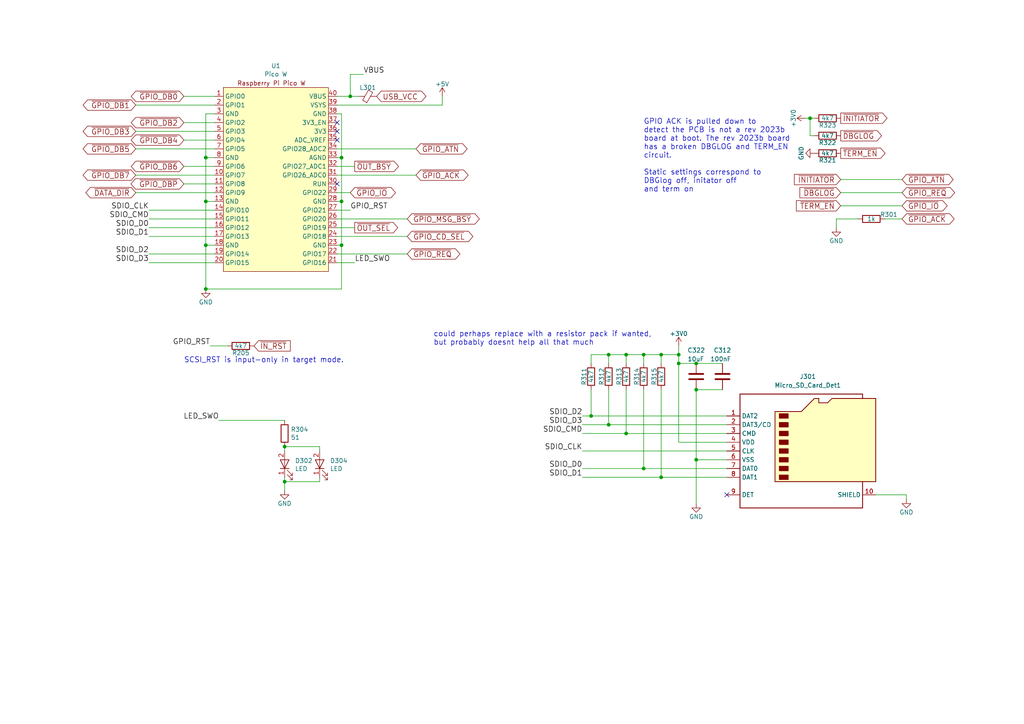
<source format=kicad_sch>
(kicad_sch (version 20230121) (generator eeschema)
  (paper "A4")
  (title_block (title "ZuluSCSI (TM) Pico OSHW") (date "2023-09-19") (rev "2023d") (company "(C) Rabbit Hole Computing ") (comment 1 "ZuluSCSI is a registered trademark of") (comment 2 "Descended from SCSI2SD, with special thanks to Michael McMaster") (comment 3 "Descended from SCSI2SD, with special thanks to Michael McMaster"))
  (lib_symbols
    (symbol "Connector:Micro_SD_Card_Det1"
      (property "Reference" "J" (at -16.51 17.78 0))
      (property "Value" "Micro_SD_Card_Det1" (at 16.51 17.78 0))
      (symbol "Micro_SD_Card_Det1_0_1"
        (rectangle (start -7.62 -6.985) (end -5.08 -8.255) (stroke (width 0.254)) (fill (type outline)))
        (rectangle (start -7.62 -4.445) (end -5.08 -5.715) (stroke (width 0.254)) (fill (type outline)))
        (rectangle (start -7.62 -1.905) (end -5.08 -3.175) (stroke (width 0.254)) (fill (type outline)))
        (rectangle (start -7.62 0.635) (end -5.08 -0.635) (stroke (width 0.254)) (fill (type outline)))
        (rectangle (start -7.62 3.175) (end -5.08 1.905) (stroke (width 0.254)) (fill (type outline)))
        (rectangle (start -7.62 5.715) (end -5.08 4.445) (stroke (width 0.254)) (fill (type outline)))
        (rectangle (start -7.62 8.255) (end -5.08 6.985) (stroke (width 0.254)) (fill (type outline)))
        (rectangle (start -7.62 10.795) (end -5.08 9.525) (stroke (width 0.254)) (fill (type outline)))
        (polyline (pts (xy 16.51 15.24) (xy 16.51 16.51) (xy -19.05 16.51) (xy -19.05 -16.51) (xy 16.51 -16.51) (xy 16.51 -8.89)) (stroke (width 0.254)))
        (polyline (pts (xy -8.89 -8.89) (xy -8.89 11.43) (xy -1.27 11.43) (xy 2.54 15.24) (xy 3.81 15.24) (xy 3.81 13.97) (xy 6.35 13.97) (xy 7.62 15.24) (xy 20.32 15.24) (xy 20.32 -8.89) (xy -8.89 -8.89)) (stroke (width 0.254)) (fill (type background)))
      )
      (symbol "Micro_SD_Card_Det1_1_1"
        (pin bidirectional line (at -22.86 10.16 0) (length 3.81) (name "DAT2") (number "1"))
        (pin passive line (at 20.32 -12.7 180) (length 3.81) (name "SHIELD") (number "10"))
        (pin bidirectional line (at -22.86 7.62 0) (length 3.81) (name "DAT3/CD") (number "2"))
        (pin input line (at -22.86 5.08 0) (length 3.81) (name "CMD") (number "3"))
        (pin power_in line (at -22.86 2.54 0) (length 3.81) (name "VDD") (number "4"))
        (pin input line (at -22.86 0 0) (length 3.81) (name "CLK") (number "5"))
        (pin power_in line (at -22.86 -2.54 0) (length 3.81) (name "VSS") (number "6"))
        (pin bidirectional line (at -22.86 -5.08 0) (length 3.81) (name "DAT0") (number "7"))
        (pin bidirectional line (at -22.86 -7.62 0) (length 3.81) (name "DAT1") (number "8"))
        (pin passive line (at -22.86 -12.7 0) (length 3.81) (name "DET") (number "9"))
      )
    )
    (symbol "Device:FerriteBead_Small" (pin_numbers hide) (pin_names (offset 0))
      (property "Reference" "FB" (at 1.905 1.27 0))
      (property "Value" "FerriteBead_Small" (at 1.905 -1.27 0))
      (symbol "FerriteBead_Small_0_1"
        (polyline (pts (xy 0 -1.27) (xy 0 -0.7874)))
        (polyline (pts (xy 0 0.889) (xy 0 1.2954)))
        (polyline (pts (xy -1.8288 0.2794) (xy -1.1176 1.4986) (xy 1.8288 -0.2032) (xy 1.1176 -1.4224) (xy -1.8288 0.2794)))
      )
      (symbol "FerriteBead_Small_1_1"
        (pin passive line (at 0 2.54 270) (length 1.27) (name "~") (number "1"))
        (pin passive line (at 0 -2.54 90) (length 1.27) (name "~") (number "2"))
      )
    )
    (symbol "MCU_RaspberryPi_and_Boards:Pico W"
      (property "Reference" "U" (at -13.97 27.94 0))
      (property "Value" "Pico W" (at 0 19.05 0))
      (symbol "Pico W_0_1"
        (rectangle (start -15.24 26.67) (end 15.24 -26.67) (fill (type background)))
      )
      (symbol "Pico W_1_0"
        (text "Raspberry Pi Pico W" (at -1.27 27.94 0) (effects (font (size 1.27 1.27))))
      )
      (symbol "Pico W_1_1"
        (pin bidirectional line (at -17.78 24.13 0) (length 2.54) (name "GPIO0") (number "1"))
        (pin bidirectional line (at -17.78 1.27 0) (length 2.54) (name "GPIO7") (number "10"))
        (pin bidirectional line (at -17.78 -1.27 0) (length 2.54) (name "GPIO8") (number "11"))
        (pin bidirectional line (at -17.78 -3.81 0) (length 2.54) (name "GPIO9") (number "12"))
        (pin power_in line (at -17.78 -6.35 0) (length 2.54) (name "GND") (number "13"))
        (pin bidirectional line (at -17.78 -8.89 0) (length 2.54) (name "GPIO10") (number "14"))
        (pin bidirectional line (at -17.78 -11.43 0) (length 2.54) (name "GPIO11") (number "15"))
        (pin bidirectional line (at -17.78 -13.97 0) (length 2.54) (name "GPIO12") (number "16"))
        (pin bidirectional line (at -17.78 -16.51 0) (length 2.54) (name "GPIO13") (number "17"))
        (pin power_in line (at -17.78 -19.05 0) (length 2.54) (name "GND") (number "18"))
        (pin bidirectional line (at -17.78 -21.59 0) (length 2.54) (name "GPIO14") (number "19"))
        (pin bidirectional line (at -17.78 21.59 0) (length 2.54) (name "GPIO1") (number "2"))
        (pin bidirectional line (at -17.78 -24.13 0) (length 2.54) (name "GPIO15") (number "20"))
        (pin bidirectional line (at 17.78 -24.13 180) (length 2.54) (name "GPIO16") (number "21"))
        (pin bidirectional line (at 17.78 -21.59 180) (length 2.54) (name "GPIO17") (number "22"))
        (pin power_in line (at 17.78 -19.05 180) (length 2.54) (name "GND") (number "23"))
        (pin bidirectional line (at 17.78 -16.51 180) (length 2.54) (name "GPIO18") (number "24"))
        (pin bidirectional line (at 17.78 -13.97 180) (length 2.54) (name "GPIO19") (number "25"))
        (pin bidirectional line (at 17.78 -11.43 180) (length 2.54) (name "GPIO20") (number "26"))
        (pin bidirectional line (at 17.78 -8.89 180) (length 2.54) (name "GPIO21") (number "27"))
        (pin power_in line (at 17.78 -6.35 180) (length 2.54) (name "GND") (number "28"))
        (pin bidirectional line (at 17.78 -3.81 180) (length 2.54) (name "GPIO22") (number "29"))
        (pin power_in line (at -17.78 19.05 0) (length 2.54) (name "GND") (number "3"))
        (pin input line (at 17.78 -1.27 180) (length 2.54) (name "RUN") (number "30"))
        (pin bidirectional line (at 17.78 1.27 180) (length 2.54) (name "GPIO26_ADC0") (number "31"))
        (pin bidirectional line (at 17.78 3.81 180) (length 2.54) (name "GPIO27_ADC1") (number "32"))
        (pin power_in line (at 17.78 6.35 180) (length 2.54) (name "AGND") (number "33"))
        (pin bidirectional line (at 17.78 8.89 180) (length 2.54) (name "GPIO28_ADC2") (number "34"))
        (pin power_in line (at 17.78 11.43 180) (length 2.54) (name "ADC_VREF") (number "35"))
        (pin power_in line (at 17.78 13.97 180) (length 2.54) (name "3V3") (number "36"))
        (pin input line (at 17.78 16.51 180) (length 2.54) (name "3V3_EN") (number "37"))
        (pin bidirectional line (at 17.78 19.05 180) (length 2.54) (name "GND") (number "38"))
        (pin power_in line (at 17.78 21.59 180) (length 2.54) (name "VSYS") (number "39"))
        (pin bidirectional line (at -17.78 16.51 0) (length 2.54) (name "GPIO2") (number "4"))
        (pin power_in line (at 17.78 24.13 180) (length 2.54) (name "VBUS") (number "40"))
        (pin bidirectional line (at -17.78 13.97 0) (length 2.54) (name "GPIO3") (number "5"))
        (pin bidirectional line (at -17.78 11.43 0) (length 2.54) (name "GPIO4") (number "6"))
        (pin bidirectional line (at -17.78 8.89 0) (length 2.54) (name "GPIO5") (number "7"))
        (pin power_in line (at -17.78 6.35 0) (length 2.54) (name "GND") (number "8"))
        (pin bidirectional line (at -17.78 3.81 0) (length 2.54) (name "GPIO6") (number "9"))
      )
    )
    (symbol "zuluscsi-rescue:+3V0" (power) (pin_names (offset 0))
      (property "Value" "+3V0" (at 0 3.556 0))
      (symbol "+3V0_0_1"
        (polyline (pts (xy -0.762 1.27) (xy 0 2.54)))
        (polyline (pts (xy 0 0) (xy 0 2.54)))
        (polyline (pts (xy 0 2.54) (xy 0.762 1.27)))
      )
      (symbol "+3V0_1_1"
        (pin power_in line (at 0 0 90) (length 0) hide (name "+3V0") (number "1"))
      )
    )
    (symbol "zuluscsi-rescue:+5V" (power) (pin_names (offset 0))
      (property "Value" "+5V" (at 0 3.556 0))
      (symbol "+5V_0_1"
        (polyline (pts (xy -0.762 1.27) (xy 0 2.54)))
        (polyline (pts (xy 0 0) (xy 0 2.54)))
        (polyline (pts (xy 0 2.54) (xy 0.762 1.27)))
      )
      (symbol "+5V_1_1"
        (pin power_in line (at 0 0 90) (length 0) hide (name "+5V") (number "1"))
      )
    )
    (symbol "zuluscsi-rescue:C" (pin_numbers hide) (pin_names (offset 0.254))
      (property "Reference" "C" (at 0.635 2.54 0))
      (property "Value" "C" (at 0.635 -2.54 0))
      (symbol "C_0_1"
        (polyline (pts (xy -2.032 -0.762) (xy 2.032 -0.762)) (stroke (width 0.508)))
        (polyline (pts (xy -2.032 0.762) (xy 2.032 0.762)) (stroke (width 0.508)))
      )
      (symbol "C_1_1"
        (pin passive line (at 0 3.81 270) (length 2.794) (name "~") (number "1"))
        (pin passive line (at 0 -3.81 90) (length 2.794) (name "~") (number "2"))
      )
    )
    (symbol "zuluscsi-rescue:GND" (power) (pin_names (offset 0))
      (property "Value" "GND" (at 0 -3.81 0))
      (symbol "GND_0_1"
        (polyline (pts (xy 0 0) (xy 0 -1.27) (xy 1.27 -1.27) (xy 0 -2.54) (xy -1.27 -1.27) (xy 0 -1.27)))
      )
      (symbol "GND_1_1"
        (pin power_in line (at 0 0 270) (length 0) hide (name "GND") (number "1"))
      )
    )
    (symbol "zuluscsi-rescue:LED" (pin_names (offset 1.016) hide)
      (property "Reference" "D" (at 0 2.54 0))
      (property "Value" "LED" (at 0 -2.54 0))
      (symbol "LED_0_1"
        (polyline (pts (xy -1.27 -1.27) (xy -1.27 1.27)) (stroke (width 0.2032)))
        (polyline (pts (xy -1.27 0) (xy 1.27 0)))
        (polyline (pts (xy 1.27 -1.27) (xy 1.27 1.27) (xy -1.27 0) (xy 1.27 -1.27)) (stroke (width 0.2032)))
        (polyline (pts (xy -3.048 -0.762) (xy -4.572 -2.286) (xy -3.81 -2.286) (xy -4.572 -2.286) (xy -4.572 -1.524)))
        (polyline (pts (xy -1.778 -0.762) (xy -3.302 -2.286) (xy -2.54 -2.286) (xy -3.302 -2.286) (xy -3.302 -1.524)))
      )
      (symbol "LED_1_1"
        (pin passive line (at -3.81 0 0) (length 2.54) (name "K") (number "1"))
        (pin passive line (at 3.81 0 180) (length 2.54) (name "A") (number "2"))
      )
    )
    (symbol "zuluscsi-rescue:R" (pin_numbers hide) (pin_names (offset 0))
      (property "Reference" "R" (at 2.032 0 90))
      (property "Value" "R" (at 0 0 90))
      (symbol "R_0_1"
        (rectangle (start -1.016 -2.54) (end 1.016 2.54) (stroke (width 0.254)))
      )
      (symbol "R_1_1"
        (pin passive line (at 0 3.81 270) (length 1.27) (name "~") (number "1"))
        (pin passive line (at 0 -3.81 90) (length 1.27) (name "~") (number "2"))
      )
    )
  )
  (junction (at 196.85 102.87))
  (junction (at 101.6 27.94))
  (junction (at 234.95 34.29))
  (junction (at 82.55 139.7))
  (junction (at 99.06 58.42))
  (junction (at 59.69 58.42))
  (junction (at 59.69 83.82))
  (junction (at 99.06 71.12))
  (junction (at 176.53 102.87))
  (junction (at 186.69 135.89))
  (junction (at 181.61 125.73))
  (junction (at 201.93 105.41))
  (junction (at 82.55 129.54))
  (junction (at 201.93 133.35))
  (junction (at 99.06 45.72))
  (junction (at 181.61 102.87))
  (junction (at 196.85 105.41))
  (junction (at 59.69 71.12))
  (junction (at 171.45 120.65))
  (junction (at 191.77 138.43))
  (junction (at 201.93 113.03))
  (junction (at 186.69 102.87))
  (junction (at 176.53 123.19))
  (junction (at 191.77 102.87))
  (junction (at 59.69 45.72))
  (no_connect (at 97.79 38.1))
  (no_connect (at 210.82 143.51))
  (no_connect (at 97.79 40.64))
  (no_connect (at 97.79 53.34))
  (no_connect (at 97.79 35.56))
  (wire (pts (xy 39.37 38.1) (xy 62.23 38.1)))
  (wire (pts (xy 62.23 63.5) (xy 43.18 63.5)))
  (wire (pts (xy 60.96 100.33) (xy 66.04 100.33)))
  (wire (pts (xy 62.23 76.2) (xy 43.18 76.2)))
  (wire (pts (xy 191.77 102.87) (xy 191.77 105.41)))
  (wire (pts (xy 62.23 68.58) (xy 43.18 68.58)))
  (wire (pts (xy 62.23 66.04) (xy 43.18 66.04)))
  (wire (pts (xy 176.53 123.19) (xy 210.82 123.19)))
  (wire (pts (xy 254 143.51) (xy 262.89 143.51)))
  (wire (pts (xy 201.93 105.41) (xy 196.85 105.41)))
  (wire (pts (xy 39.37 43.18) (xy 62.23 43.18)))
  (wire (pts (xy 262.89 143.51) (xy 262.89 144.78)))
  (wire (pts (xy 62.23 73.66) (xy 43.18 73.66)))
  (wire (pts (xy 97.79 48.26) (xy 102.87 48.26)))
  (wire (pts (xy 59.69 71.12) (xy 62.23 71.12)))
  (wire (pts (xy 97.79 71.12) (xy 99.06 71.12)))
  (wire (pts (xy 97.79 66.04) (xy 102.87 66.04)))
  (wire (pts (xy 59.69 58.42) (xy 59.69 71.12)))
  (wire (pts (xy 97.79 55.88) (xy 101.6 55.88)))
  (wire (pts (xy 181.61 102.87) (xy 186.69 102.87)))
  (wire (pts (xy 59.69 71.12) (xy 59.69 83.82)))
  (wire (pts (xy 201.93 133.35) (xy 201.93 146.05)))
  (wire (pts (xy 186.69 113.03) (xy 186.69 135.89)))
  (wire (pts (xy 59.69 33.02) (xy 59.69 45.72)))
  (wire (pts (xy 181.61 113.03) (xy 181.61 125.73)))
  (wire (pts (xy 62.23 33.02) (xy 59.69 33.02)))
  (wire (pts (xy 63.5 121.92) (xy 82.55 121.92)))
  (wire (pts (xy 97.79 43.18) (xy 120.65 43.18)))
  (wire (pts (xy 171.45 113.03) (xy 171.45 120.65)))
  (wire (pts (xy 118.11 63.5) (xy 97.79 63.5)))
  (wire (pts (xy 248.92 63.5) (xy 242.57 63.5)))
  (wire (pts (xy 191.77 138.43) (xy 210.82 138.43)))
  (wire (pts (xy 59.69 83.82) (xy 99.06 83.82)))
  (wire (pts (xy 97.79 33.02) (xy 99.06 33.02)))
  (wire (pts (xy 171.45 102.87) (xy 171.45 105.41)))
  (wire (pts (xy 243.84 55.88) (xy 261.62 55.88)))
  (wire (pts (xy 53.34 40.64) (xy 62.23 40.64)))
  (wire (pts (xy 97.79 76.2) (xy 102.87 76.2)))
  (wire (pts (xy 196.85 105.41) (xy 196.85 128.27)))
  (wire (pts (xy 82.55 139.7) (xy 82.55 138.43)))
  (wire (pts (xy 82.55 130.81) (xy 82.55 129.54)))
  (wire (pts (xy 99.06 58.42) (xy 99.06 71.12)))
  (wire (pts (xy 62.23 60.96) (xy 43.18 60.96)))
  (wire (pts (xy 168.91 125.73) (xy 181.61 125.73)))
  (wire (pts (xy 53.34 53.34) (xy 62.23 53.34)))
  (wire (pts (xy 97.79 45.72) (xy 99.06 45.72)))
  (wire (pts (xy 186.69 135.89) (xy 210.82 135.89)))
  (wire (pts (xy 176.53 102.87) (xy 171.45 102.87)))
  (wire (pts (xy 186.69 102.87) (xy 191.77 102.87)))
  (wire (pts (xy 233.68 34.29) (xy 234.95 34.29)))
  (wire (pts (xy 92.71 129.54) (xy 82.55 129.54)))
  (wire (pts (xy 168.91 120.65) (xy 171.45 120.65)))
  (wire (pts (xy 39.37 30.48) (xy 62.23 30.48)))
  (wire (pts (xy 168.91 123.19) (xy 176.53 123.19)))
  (wire (pts (xy 97.79 60.96) (xy 101.6 60.96)))
  (wire (pts (xy 92.71 139.7) (xy 82.55 139.7)))
  (wire (pts (xy 256.54 63.5) (xy 261.62 63.5)))
  (wire (pts (xy 176.53 105.41) (xy 176.53 102.87)))
  (wire (pts (xy 181.61 125.73) (xy 210.82 125.73)))
  (wire (pts (xy 191.77 113.03) (xy 191.77 138.43)))
  (wire (pts (xy 53.34 27.94) (xy 62.23 27.94)))
  (wire (pts (xy 242.57 63.5) (xy 242.57 66.04)))
  (wire (pts (xy 186.69 102.87) (xy 186.69 105.41)))
  (wire (pts (xy 97.79 50.8) (xy 120.65 50.8)))
  (wire (pts (xy 201.93 105.41) (xy 209.55 105.41)))
  (wire (pts (xy 59.69 58.42) (xy 62.23 58.42)))
  (wire (pts (xy 128.27 30.48) (xy 128.27 27.94)))
  (wire (pts (xy 196.85 100.33) (xy 196.85 102.87)))
  (wire (pts (xy 82.55 142.24) (xy 82.55 139.7)))
  (wire (pts (xy 191.77 102.87) (xy 196.85 102.87)))
  (wire (pts (xy 105.41 21.59) (xy 101.6 21.59)))
  (wire (pts (xy 234.95 34.29) (xy 236.22 34.29)))
  (wire (pts (xy 181.61 102.87) (xy 181.61 105.41)))
  (wire (pts (xy 118.11 73.66) (xy 97.79 73.66)))
  (wire (pts (xy 97.79 58.42) (xy 99.06 58.42)))
  (wire (pts (xy 92.71 129.54) (xy 92.71 130.81)))
  (wire (pts (xy 99.06 33.02) (xy 99.06 45.72)))
  (wire (pts (xy 196.85 102.87) (xy 196.85 105.41)))
  (wire (pts (xy 243.84 52.07) (xy 261.62 52.07)))
  (wire (pts (xy 97.79 27.94) (xy 101.6 27.94)))
  (wire (pts (xy 243.84 59.69) (xy 261.62 59.69)))
  (wire (pts (xy 53.34 48.26) (xy 62.23 48.26)))
  (wire (pts (xy 101.6 27.94) (xy 104.14 27.94)))
  (wire (pts (xy 59.69 45.72) (xy 62.23 45.72)))
  (wire (pts (xy 59.69 45.72) (xy 59.69 58.42)))
  (wire (pts (xy 97.79 30.48) (xy 128.27 30.48)))
  (wire (pts (xy 176.53 113.03) (xy 176.53 123.19)))
  (wire (pts (xy 191.77 138.43) (xy 168.91 138.43)))
  (wire (pts (xy 118.11 68.58) (xy 97.79 68.58)))
  (wire (pts (xy 101.6 21.59) (xy 101.6 27.94)))
  (wire (pts (xy 236.22 39.37) (xy 234.95 39.37)))
  (wire (pts (xy 201.93 113.03) (xy 209.55 113.03)))
  (wire (pts (xy 99.06 45.72) (xy 99.06 58.42)))
  (wire (pts (xy 53.34 35.56) (xy 62.23 35.56)))
  (wire (pts (xy 201.93 113.03) (xy 201.93 133.35)))
  (wire (pts (xy 99.06 71.12) (xy 99.06 83.82)))
  (wire (pts (xy 168.91 130.81) (xy 210.82 130.81)))
  (wire (pts (xy 201.93 133.35) (xy 210.82 133.35)))
  (wire (pts (xy 196.85 128.27) (xy 210.82 128.27)))
  (wire (pts (xy 168.91 135.89) (xy 186.69 135.89)))
  (wire (pts (xy 92.71 138.43) (xy 92.71 139.7)))
  (wire (pts (xy 39.37 50.8) (xy 62.23 50.8)))
  (wire (pts (xy 39.37 55.88) (xy 62.23 55.88)))
  (wire (pts (xy 181.61 102.87) (xy 176.53 102.87)))
  (wire (pts (xy 234.95 34.29) (xy 234.95 39.37)))
  (wire (pts (xy 171.45 120.65) (xy 210.82 120.65)))
  (text "GPIO ACK is pulled down to \ndetect the PCB is not a rev 2023b\nboard at boot. The rev 2023b board\nhas a broken DBGLOG and TERM_EN\ncircuit.\n\nStatic settings correspond to \nDBGlog off, initator off\nand term on" (at 186.69 55.88 0) (effects (font (size 1.524 1.524)) (justify left bottom)))
  (text "could perhaps replace with a resistor pack if wanted, \nbut probably doesnt help all that much" (at 125.73 100.33 0) (effects (font (size 1.524 1.524)) (justify left bottom)))
  (text "SCSI_RST is input-only in target mode.\n" (at 53.34 105.41 0) (effects (font (size 1.524 1.524)) (justify left bottom)))
  (label "SDIO_CMD" (at 168.91 125.73 180) (effects (font (size 1.524 1.524))))
  (label "SDIO_D1" (at 168.91 138.43 180) (effects (font (size 1.524 1.524))))
  (label "SDIO_D2" (at 168.91 120.65 180) (effects (font (size 1.524 1.524))))
  (label "SDIO_D0" (at 168.91 135.89 180) (effects (font (size 1.524 1.524))))
  (label "SDIO_D0" (at 43.18 66.04 180) (effects (font (size 1.524 1.524))))
  (label "SDIO_CLK" (at 43.18 60.96 180) (effects (font (size 1.524 1.524))))
  (label "LED_SWO" (at 102.87 76.2 0) (effects (font (size 1.524 1.524))))
  (label "SDIO_D3" (at 43.18 76.2 180) (effects (font (size 1.524 1.524))))
  (label "SDIO_CMD" (at 43.18 63.5 180) (effects (font (size 1.524 1.524))))
  (label "LED_SWO" (at 63.5 121.92 180) (effects (font (size 1.524 1.524))))
  (label "GPIO_RST" (at 101.6 60.96 0) (effects (font (size 1.524 1.524))))
  (label "SDIO_CLK" (at 168.91 130.81 180) (effects (font (size 1.524 1.524))))
  (label "VBUS" (at 105.41 21.59 0) (effects (font (size 1.524 1.524))))
  (label "SDIO_D2" (at 43.18 73.66 180) (effects (font (size 1.524 1.524))))
  (label "SDIO_D3" (at 168.91 123.19 180) (effects (font (size 1.524 1.524))))
  (label "GPIO_RST" (at 60.96 100.33 180) (effects (font (size 1.524 1.524))))
  (label "SDIO_D1" (at 43.18 68.58 180) (effects (font (size 1.524 1.524))))
  (global_label "~{GPIO_DB1}" (shape bidirectional) (at 39.37 30.48 180) (effects (font (size 1.524 1.524))) (property "Intersheetrefs" "${INTERSHEET_REFS}" (effects hide)))
  (global_label "~{GPIO_DB5}" (shape bidirectional) (at 39.37 43.18 180) (effects (font (size 1.524 1.524))) (property "Intersheetrefs" "${INTERSHEET_REFS}" (effects hide)))
  (global_label "~{TERM_EN}" (shape input) (at 243.84 59.69 180) (effects (font (size 1.524 1.524))) (property "Intersheetrefs" "${INTERSHEET_REFS}" (effects hide)))
  (global_label "~{OUT_SEL}" (shape output) (at 102.87 66.04 0) (effects (font (size 1.524 1.524))) (property "Intersheetrefs" "${INTERSHEET_REFS}" (effects hide)))
  (global_label "~{GPIO_ACK}" (shape bidirectional) (at 120.65 50.8 0) (effects (font (size 1.524 1.524))) (property "Intersheetrefs" "${INTERSHEET_REFS}" (effects hide)))
  (global_label "~{INITIATOR}" (shape input) (at 243.84 52.07 180) (effects (font (size 1.524 1.524))) (property "Intersheetrefs" "${INTERSHEET_REFS}" (effects hide)))
  (global_label "~{GPIO_REQ}" (shape bidirectional) (at 261.62 55.88 0) (effects (font (size 1.524 1.524))) (property "Intersheetrefs" "${INTERSHEET_REFS}" (effects hide)))
  (global_label "~{GPIO_DB0}" (shape bidirectional) (at 53.34 27.94 180) (effects (font (size 1.524 1.524))) (property "Intersheetrefs" "${INTERSHEET_REFS}" (effects hide)))
  (global_label "~{IN_RST}" (shape input) (at 73.66 100.33 0) (effects (font (size 1.524 1.524))) (property "Intersheetrefs" "${INTERSHEET_REFS}" (effects hide)))
  (global_label "~{GPIO_DBP}" (shape bidirectional) (at 53.34 53.34 180) (effects (font (size 1.524 1.524))) (property "Intersheetrefs" "${INTERSHEET_REFS}" (effects hide)))
  (global_label "~{GPIO_DB2}" (shape bidirectional) (at 53.34 35.56 180) (effects (font (size 1.524 1.524))) (property "Intersheetrefs" "${INTERSHEET_REFS}" (effects hide)))
  (global_label "~{GPIO_IO}" (shape bidirectional) (at 261.62 59.69 0) (effects (font (size 1.524 1.524))) (property "Intersheetrefs" "${INTERSHEET_REFS}" (effects hide)))
  (global_label "~{DATA_DIR}" (shape bidirectional) (at 39.37 55.88 180) (effects (font (size 1.524 1.524))) (property "Intersheetrefs" "${INTERSHEET_REFS}" (effects hide)))
  (global_label "~{INITIATOR}" (shape output) (at 243.84 34.29 0) (effects (font (size 1.524 1.524))) (property "Intersheetrefs" "${INTERSHEET_REFS}" (effects hide)))
  (global_label "~{GPIO_REQ}" (shape bidirectional) (at 118.11 73.66 0) (effects (font (size 1.524 1.524))) (property "Intersheetrefs" "${INTERSHEET_REFS}" (effects hide)))
  (global_label "~{GPIO_DB7}" (shape bidirectional) (at 39.37 50.8 180) (effects (font (size 1.524 1.524))) (property "Intersheetrefs" "${INTERSHEET_REFS}" (effects hide)))
  (global_label "~{GPIO_ATN}" (shape bidirectional) (at 261.62 52.07 0) (effects (font (size 1.524 1.524))) (property "Intersheetrefs" "${INTERSHEET_REFS}" (effects hide)))
  (global_label "~{GPIO_DB6}" (shape bidirectional) (at 53.34 48.26 180) (effects (font (size 1.524 1.524))) (property "Intersheetrefs" "${INTERSHEET_REFS}" (effects hide)))
  (global_label "~{DBGLOG}" (shape input) (at 243.84 55.88 180) (effects (font (size 1.524 1.524))) (property "Intersheetrefs" "${INTERSHEET_REFS}" (effects hide)))
  (global_label "~{GPIO_DB4}" (shape bidirectional) (at 53.34 40.64 180) (effects (font (size 1.524 1.524))) (property "Intersheetrefs" "${INTERSHEET_REFS}" (effects hide)))
  (global_label "~{GPIO_ATN}" (shape bidirectional) (at 120.65 43.18 0) (effects (font (size 1.524 1.524))) (property "Intersheetrefs" "${INTERSHEET_REFS}" (effects hide)))
  (global_label "~{GPIO_ACK}" (shape bidirectional) (at 261.62 63.5 0) (effects (font (size 1.524 1.524))) (property "Intersheetrefs" "${INTERSHEET_REFS}" (effects hide)))
  (global_label "USB_VCC" (shape bidirectional) (at 109.22 27.94 0) (effects (font (size 1.524 1.524))) (property "Intersheetrefs" "${INTERSHEET_REFS}" (effects hide)))
  (global_label "~{GPIO_DB3}" (shape bidirectional) (at 39.37 38.1 180) (effects (font (size 1.524 1.524))) (property "Intersheetrefs" "${INTERSHEET_REFS}" (effects hide)))
  (global_label "~{GPIO_MSG_BSY}" (shape bidirectional) (at 118.11 63.5 0) (effects (font (size 1.524 1.524))) (property "Intersheetrefs" "${INTERSHEET_REFS}" (effects hide)))
  (global_label "~{TERM_EN}" (shape output) (at 243.84 44.45 0) (effects (font (size 1.524 1.524))) (property "Intersheetrefs" "${INTERSHEET_REFS}" (effects hide)))
  (global_label "~{OUT_BSY}" (shape output) (at 102.87 48.26 0) (effects (font (size 1.524 1.524))) (property "Intersheetrefs" "${INTERSHEET_REFS}" (effects hide)))
  (global_label "~{DBGLOG}" (shape output) (at 243.84 39.37 0) (effects (font (size 1.524 1.524))) (property "Intersheetrefs" "${INTERSHEET_REFS}" (effects hide)))
  (global_label "~{GPIO_IO}" (shape bidirectional) (at 101.6 55.88 0) (effects (font (size 1.524 1.524))) (property "Intersheetrefs" "${INTERSHEET_REFS}" (effects hide)))
  (global_label "~{GPIO_CD_SEL}" (shape bidirectional) (at 118.11 68.58 0) (effects (font (size 1.524 1.524))) (property "Intersheetrefs" "${INTERSHEET_REFS}" (effects hide)))
  (symbol (lib_id "zuluscsi-rescue:C") (at 201.93 109.22 180) (unit 1)
    (property "Reference" "C322" (at 199.39 101.6 0) (effects (justify right)))
    (property "Value" "10uF" (at 199.39 104.14 0) (effects (justify right)))
    (property "Footprint" "Capacitor_SMD:C_0805_2012Metric" (effects hide))
    (property "LCSC" "C15850" (effects hide))
    (property "Manufacturer" "Samsung" (effects hide))
    (property "PartNumber" "CL21A106KPFNNNG" (effects hide))
    (property "digikey" "1276-6456-1-ND " (effects hide))
  )
  (symbol (lib_id "zuluscsi-rescue:C") (at 209.55 109.22 180) (unit 1)
    (property "Reference" "C312" (at 212.09 101.6 0) (effects (justify left)))
    (property "Value" "100nF" (at 212.09 104.14 0) (effects (justify left)))
    (property "Footprint" "Capacitor_SMD:C_0603_1608Metric" (effects hide))
    (property "LCSC" "C14663" (effects hide))
    (property "Manufacturer" "Samsung" (effects hide))
    (property "PartNumber" "CL10B104KB8NNWC" (effects hide))
    (property "digikey" "1276-1935-1-ND" (effects hide))
  )
  (symbol (lib_id "zuluscsi-rescue:LED") (at 82.55 134.62 90) (unit 1)
    (property "Reference" "D302" (at 85.5472 133.6294 90) (effects (justify right)))
    (property "Value" "LED" (at 85.5472 135.9408 90) (effects (justify right)))
    (property "Footprint" "LED_SMD:LED_0805_2012Metric" (effects hide))
    (property "LCSC" "n/a" (effects hide))
    (property "Manufacturer" "Osram Opto Semiconductors Inc" (effects hide))
    (property "PartNumber" "HSMC-C170-T0000" (effects hide))
    (property "digikey" "3147-B1701UD--20D000414U1930CT-ND" (effects hide))
    (property "JLCPCB_IGNORE" "do not fit" (effects hide))
  )
  (symbol (lib_id "zuluscsi-rescue:R") (at 82.55 125.73 180) (unit 1)
    (property "Reference" "R304" (at 84.328 124.5616 0) (effects (justify right)))
    (property "Value" "51" (at 84.328 126.873 0) (effects (justify right)))
    (property "Footprint" "Resistor_SMD:R_0603_1608Metric" (effects hide))
    (property "LCSC" "C23197" (effects hide))
    (property "Manufacturer" "Yageo" (effects hide))
    (property "PartNumber" "0603WAF510JT5E" (effects hide))
  )
  (symbol (lib_id "Device:FerriteBead_Small") (at 106.68 27.94 90) (unit 1)
    (property "Reference" "L301" (at 106.68 25.4 90))
    (property "Value" "Ferrite_Bead_Small" (effects hide))
    (property "Footprint" "Inductor_SMD:L_0603_1608Metric" (effects hide))
    (property "LCSC" "C1002" (effects hide))
    (property "Manufacturer" "Pulse Electronics Network" (effects hide))
    (property "PartNumber" "PE-0603FB601ST" (effects hide))
    (property "digikey" "553-2384-2-ND" (effects hide))
  )
  (symbol (lib_id "zuluscsi-rescue:R") (at 176.53 109.22 180) (unit 1)
    (property "Reference" "R312" (at 174.498 109.22 90))
    (property "Value" "4k7" (at 176.53 109.22 90))
    (property "Footprint" "Resistor_SMD:R_0603_1608Metric" (effects hide))
    (property "LCSC" "C23162" (effects hide))
    (property "Manufacturer" "Yageo" (effects hide))
    (property "PartNumber" "RC0603JR-074K7L" (effects hide))
    (property "digikey" "311-100KHRTR-ND" (effects hide))
  )
  (symbol (lib_id "zuluscsi-rescue:R") (at 181.61 109.22 180) (unit 1)
    (property "Reference" "R313" (at 179.578 109.22 90))
    (property "Value" "4k7" (at 181.61 109.22 90))
    (property "Footprint" "Resistor_SMD:R_0603_1608Metric" (effects hide))
    (property "LCSC" "C23162" (effects hide))
    (property "Manufacturer" "Yageo" (effects hide))
    (property "PartNumber" "RC0603JR-074K7L" (effects hide))
    (property "digikey" "311-100KHRTR-ND" (effects hide))
  )
  (symbol (lib_id "zuluscsi-rescue:R") (at 186.69 109.22 180) (unit 1)
    (property "Reference" "R314" (at 184.658 109.22 90))
    (property "Value" "4k7" (at 186.69 109.22 90))
    (property "Footprint" "Resistor_SMD:R_0603_1608Metric" (effects hide))
    (property "LCSC" "C23162" (effects hide))
    (property "Manufacturer" "Yageo" (effects hide))
    (property "PartNumber" "RC0603JR-074K7L" (effects hide))
    (property "digikey" "311-100KHRTR-ND" (effects hide))
  )
  (symbol (lib_id "zuluscsi-rescue:R") (at 191.77 109.22 180) (unit 1)
    (property "Reference" "R315" (at 189.738 109.22 90))
    (property "Value" "4k7" (at 191.77 109.22 90))
    (property "Footprint" "Resistor_SMD:R_0603_1608Metric" (effects hide))
    (property "LCSC" "C23162" (effects hide))
    (property "Manufacturer" "Yageo" (effects hide))
    (property "PartNumber" "RC0603JR-074K7L" (effects hide))
    (property "digikey" "311-100KHRTR-ND" (effects hide))
  )
  (symbol (lib_id "zuluscsi-rescue:R") (at 171.45 109.22 180) (unit 1)
    (property "Reference" "R311" (at 169.418 109.22 90))
    (property "Value" "4k7" (at 171.45 109.22 90))
    (property "Footprint" "Resistor_SMD:R_0603_1608Metric" (effects hide))
    (property "LCSC" "C23162" (effects hide))
    (property "Manufacturer" "Yageo" (effects hide))
    (property "PartNumber" "RC0603JR-074K7L" (effects hide))
    (property "digikey" "CR0603-FX-4701ELFCT-ND" (effects hide))
  )
  (symbol (lib_id "zuluscsi-rescue:GND") (at 201.93 146.05 0) (unit 1)
    (property "Reference" "#PWR0302" (effects hide))
    (property "Value" "GND" (at 201.93 149.86 0))
  )
  (symbol (lib_id "zuluscsi-rescue:+3V0") (at 196.85 100.33 0) (unit 1)
    (property "Reference" "#PWR0301" (effects hide))
    (property "Value" "+3V0" (at 196.85 96.774 0))
  )
  (symbol (lib_id "zuluscsi-rescue:GND") (at 82.55 142.24 0) (unit 1)
    (property "Reference" "#PWR0314" (effects hide))
    (property "Value" "GND" (at 82.55 146.05 0))
  )
  (symbol (lib_id "zuluscsi-rescue:GND") (at 59.69 83.82 0) (unit 1)
    (property "Reference" "#PWR03" (effects hide))
    (property "Value" "GND" (at 59.69 87.63 0))
  )
  (symbol (lib_id "MCU_RaspberryPi_and_Boards:Pico W") (at 80.01 52.07 0) (unit 1)
    (property "Reference" "U1" (at 80.01 19.0911 0))
    (property "Value" "Pico W" (at 80.01 21.5153 0))
    (property "Footprint" "MCU_RaspberryPi_and_Boards:RPi_Pico_W_SMD headers" (effects hide))
    (property "LCSC" "N/A" (effects hide))
    (property "JLCPCB_IGNORE" "do not fit" (effects hide))
    (property "DIgikey" "2648-SC0918CT-ND " (effects hide))
  )
  (symbol (lib_id "zuluscsi-rescue:GND") (at 236.22 44.45 270) (mirror x) (unit 1)
    (property "Reference" "#PWR0304" (effects hide))
    (property "Value" "GND" (at 232.41 44.45 0))
  )
  (symbol (lib_id "zuluscsi-rescue:R") (at 240.03 44.45 90) (mirror x) (unit 1)
    (property "Reference" "R321" (at 240.03 46.482 90))
    (property "Value" "4k7" (at 240.03 44.45 90))
    (property "Footprint" "Resistor_SMD:R_0603_1608Metric" (effects hide))
  )
  (symbol (lib_id "zuluscsi-rescue:GND") (at 242.57 66.04 0) (mirror y) (unit 1)
    (property "Reference" "#PWR0304" (effects hide))
    (property "Value" "GND" (at 242.57 69.85 0))
  )
  (symbol (lib_id "zuluscsi-rescue:LED") (at 92.71 134.62 90) (unit 1)
    (property "Reference" "D304" (at 95.7072 133.6294 90) (effects (justify right)))
    (property "Value" "LED" (at 95.7072 135.9408 90) (effects (justify right)))
    (property "Footprint" "LED_SMD:LED_0805_2012Metric" (effects hide))
    (property "LCSC" "n/a" (effects hide))
    (property "Manufacturer" "Osram Opto Semiconductors Inc" (effects hide))
    (property "PartNumber" "HSMC-C170-T0000" (effects hide))
    (property "digikey" "3147-B1701UD--20D000414U1930CT-ND" (effects hide))
    (property "JLCPCB_IGNORE" "do not fit" (effects hide))
  )
  (symbol (lib_id "zuluscsi-rescue:+3V0") (at 233.68 34.29 90) (mirror x) (unit 1)
    (property "Reference" "#PWR0315" (effects hide))
    (property "Value" "+3V0" (at 230.124 34.29 0))
  )
  (symbol (lib_id "zuluscsi-rescue:R") (at 240.03 34.29 90) (mirror x) (unit 1)
    (property "Reference" "R323" (at 240.03 36.322 90))
    (property "Value" "4k7" (at 240.03 34.29 90))
    (property "Footprint" "Resistor_SMD:R_0603_1608Metric" (effects hide))
  )
  (symbol (lib_id "zuluscsi-rescue:+5V") (at 128.27 27.94 0) (unit 1)
    (property "Reference" "#PWR063" (effects hide))
    (property "Value" "+5V" (at 128.27 24.384 0))
    (instances (project "SillyTinySCSI" (path "" (reference "#PWR063") (unit 1)) (path "" (reference "#PWR0303") (unit 1))))
  )
  (symbol (lib_id "zuluscsi-rescue:R") (at 240.03 39.37 90) (mirror x) (unit 1)
    (property "Reference" "R322" (at 240.03 41.402 90))
    (property "Value" "4k7" (at 240.03 39.37 90))
    (property "Footprint" "Resistor_SMD:R_0603_1608Metric" (effects hide))
  )
  (symbol (lib_id "Connector:Micro_SD_Card_Det1") (at 233.68 130.81 0) (unit 1)
    (property "Reference" "J301" (at 234.315 109.22 0))
    (property "Value" "Micro_SD_Card_Det1" (at 234.315 111.76 0))
    (property "Footprint" "MicroSD:microsd_molex_1051620001" (effects hide))
    (property "LCSC" "n/a" (effects hide))
    (property "Manufacturer" "Molex" (effects hide))
    (property "PartNumber" "1051620001" (effects hide))
    (property "digikey" "WM14405CT-ND" (effects hide))
  )
  (symbol (lib_id "zuluscsi-rescue:GND") (at 262.89 144.78 0) (unit 1)
    (property "Reference" "#PWR0305" (effects hide))
    (property "Value" "GND" (at 262.89 148.59 0))
  )
  (symbol (lib_id "zuluscsi-rescue:R") (at 69.85 100.33 270) (unit 1)
    (property "Reference" "R205" (at 69.85 102.362 90))
    (property "Value" "4k7" (at 69.85 100.33 90))
    (property "Footprint" "Resistor_SMD:R_0603_1608Metric" (effects hide))
    (property "LCSC" "C23162" (effects hide))
    (property "Manufacturer" "Yageo" (effects hide))
    (property "PartNumber" "RC0603JR-074K7L" (effects hide))
    (property "digikey" "311-100KHRTR-ND" (effects hide))
  )
  (symbol (lib_id "zuluscsi-rescue:R") (at 252.73 63.5 270) (mirror x) (unit 1)
    (property "Reference" "R301" (at 257.81 62.23 90))
    (property "Value" "1k" (at 252.73 63.5 90))
    (property "Footprint" "Resistor_SMD:R_0603_1608Metric" (effects hide))
    (property "LCSC" "C21190" (effects hide))
    (property "Manufacturer" "Yageo" (effects hide))
    (property "PartNumber" "RC0603JR-071KL" (effects hide))
    (property "digikey" "311-1.0KGRCT-ND" (effects hide))
  )
)
</source>
